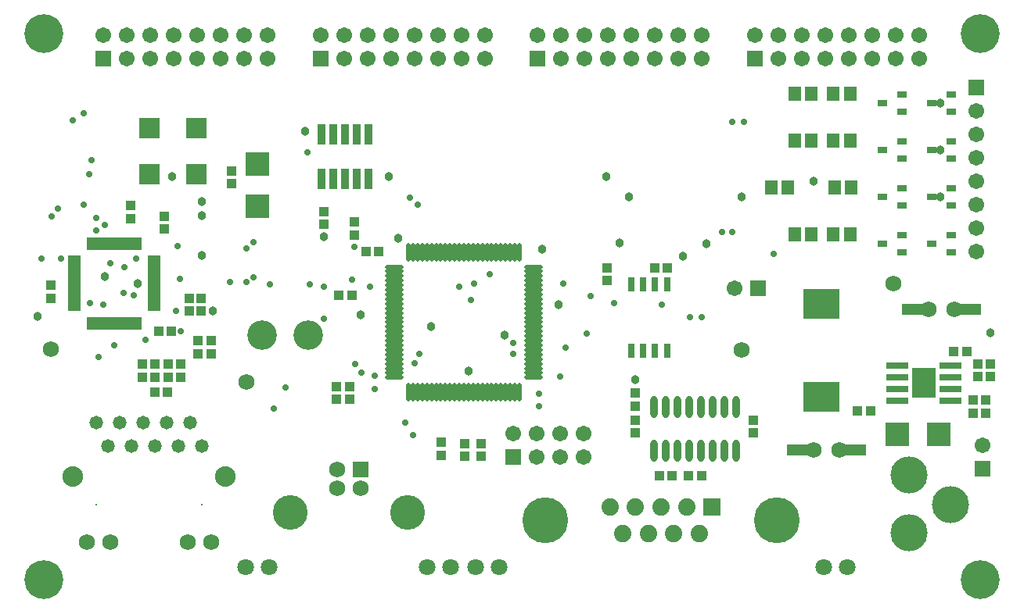
<source format=gts>
%FSLAX43Y43*%
%MOMM*%
%SFA1B1*%

%IPPOS*%
%ADD70R,1.402997X1.602997*%
%ADD71O,2.002996X0.502999*%
%ADD72O,0.502999X2.002996*%
%ADD73R,1.102998X1.002998*%
%ADD74R,0.710999X1.502997*%
%ADD75R,1.002998X1.102998*%
%ADD76R,0.837998X2.234996*%
%ADD77O,0.802998X2.402995*%
%ADD78R,1.402997X0.502999*%
%ADD79R,0.502999X1.402997*%
%ADD80R,2.502995X2.502995*%
%ADD81R,2.742995X1.218998*%
%ADD82R,2.602995X3.302993*%
%ADD83R,2.402995X0.652999*%
%ADD84R,1.052998X0.802998*%
%ADD85R,3.885992X3.250993*%
%ADD86R,2.502995X2.502995*%
%ADD87C,0.710999*%
%ADD88C,1.726997*%
%ADD89C,0.964998*%
%ADD90R,1.726997X1.726997*%
%ADD91C,3.758992*%
%ADD92C,1.702997*%
%ADD93R,1.702997X1.702997*%
%ADD94C,4.202992*%
%ADD95C,4.012992*%
%ADD96R,1.702997X1.702997*%
%ADD97C,1.802996*%
%ADD98C,1.892996*%
%ADD99R,1.892996X1.892996*%
%ADD100C,4.962990*%
%ADD101C,0.203000*%
%ADD102C,2.234996*%
%ADD103C,1.472997*%
%ADD104C,3.202994*%
%ADD105C,1.980996*%
%LNlp_led_cube_8x8x8-1*%
%LPD*%
G36*
X46144Y71456D02*
X43944D01*
Y73656*
X46144*
Y71456*
G37*
G36*
X41144D02*
X38944D01*
Y73656*
X41144*
Y71456*
G37*
G36*
X46144Y76456D02*
X43944D01*
Y78656*
X46144*
Y76456*
G37*
G36*
X41144D02*
X38944D01*
Y78656*
X41144*
Y76456*
G37*
G54D70*
X114034Y76199D03*
X115834D03*
X114161Y71119D03*
X115961D03*
X109843Y76199D03*
X111643D03*
X114034Y66039D03*
X115834D03*
X109843D03*
X111643D03*
X114034Y81279D03*
X115834D03*
X109843D03*
X111643D03*
X107303Y71119D03*
X109103D03*
G54D71*
X66490Y62514D03*
Y62014D03*
Y61514D03*
Y61014D03*
Y60514D03*
Y60014D03*
Y59514D03*
Y59014D03*
Y58514D03*
Y58014D03*
Y57514D03*
Y57014D03*
Y56514D03*
Y56014D03*
Y55514D03*
Y55014D03*
Y54514D03*
Y54014D03*
Y53514D03*
Y53014D03*
Y52514D03*
Y52014D03*
Y51514D03*
Y51014D03*
Y50514D03*
X81590D03*
Y51014D03*
Y51514D03*
Y52014D03*
Y52514D03*
Y53014D03*
Y53514D03*
Y54014D03*
Y54514D03*
Y55014D03*
Y55514D03*
Y56014D03*
Y56514D03*
Y57014D03*
Y57514D03*
Y58014D03*
Y58514D03*
Y59014D03*
Y59514D03*
Y60014D03*
Y60514D03*
Y61014D03*
Y61514D03*
Y62014D03*
Y62514D03*
G54D72*
X68040Y48964D03*
X68540D03*
X69040D03*
X69540D03*
X70040D03*
X70540D03*
X71040D03*
X71540D03*
X72040D03*
X72540D03*
X73040D03*
X73540D03*
X74040D03*
X74540D03*
X75040D03*
X75540D03*
X76040D03*
X76540D03*
X77040D03*
X77540D03*
X78040D03*
X78540D03*
X79040D03*
X79540D03*
X80040D03*
Y64064D03*
X79540D03*
X79040D03*
X78540D03*
X78040D03*
X77540D03*
X77040D03*
X76540D03*
X76040D03*
X75540D03*
X75040D03*
X74540D03*
X74040D03*
X73540D03*
X73040D03*
X72540D03*
X72040D03*
X71540D03*
X71040D03*
X70540D03*
X70040D03*
X69540D03*
X69040D03*
X68540D03*
X68040D03*
G54D73*
X71627Y42098D03*
Y43498D03*
X74167Y43371D03*
Y41971D03*
X44322Y59119D03*
Y57719D03*
X89534Y62421D03*
Y61021D03*
X129158Y46670D03*
Y48070D03*
X129666Y52007D03*
Y50607D03*
X131063Y52007D03*
Y50607D03*
X130555Y48070D03*
Y46670D03*
X92582Y45911D03*
Y44511D03*
Y48832D03*
Y47432D03*
X105409Y44511D03*
Y45911D03*
X43433Y51945D03*
Y50545D03*
X39242Y51945D03*
Y50545D03*
X40639Y51945D03*
Y50545D03*
X42036D03*
Y51945D03*
X48894Y71497D03*
Y72897D03*
X45592Y57719D03*
Y59119D03*
X62229Y65974D03*
Y67374D03*
X58927Y67117D03*
Y68517D03*
X75945Y41971D03*
Y43371D03*
X29336Y59116D03*
Y60516D03*
X37972Y67752D03*
Y69152D03*
X41655Y66609D03*
Y68009D03*
G54D74*
X92131Y53422D03*
X93431D03*
X94731D03*
X96031D03*
X96081Y60622D03*
X94681D03*
X93431D03*
X92131D03*
G54D75*
X96076Y62356D03*
X94676D03*
X128461Y53339D03*
X127061D03*
X116647Y46862D03*
X118047D03*
X98359Y39877D03*
X99759D03*
X95184D03*
X96584D03*
X40574Y48959D03*
X41974D03*
X42417Y55498D03*
X41017D03*
X46673Y53085D03*
X45273D03*
Y54482D03*
X46673D03*
X60513Y59435D03*
X61913D03*
X63434Y64134D03*
X64834D03*
X61659Y49529D03*
X60259D03*
X61659Y48132D03*
X60259D03*
G54D76*
X63753Y72008D03*
X62483D03*
X61213D03*
X59943D03*
X58673D03*
Y76834D03*
X59943D03*
X61213D03*
X62483D03*
X63753D03*
G54D77*
X103504Y47357D03*
X102234D03*
X100964D03*
X99694D03*
X98424D03*
X97154D03*
X95884D03*
X94614D03*
X103504Y42557D03*
X102234D03*
X100964D03*
X99694D03*
X98424D03*
X97154D03*
X95884D03*
X94614D03*
G54D78*
X31894Y63455D03*
Y62955D03*
Y62455D03*
Y61955D03*
Y61455D03*
Y60955D03*
Y60455D03*
Y59955D03*
Y59455D03*
Y58955D03*
Y58455D03*
Y57955D03*
X40494D03*
Y58455D03*
Y58955D03*
Y59455D03*
Y59955D03*
Y60455D03*
Y60955D03*
Y61455D03*
Y61955D03*
Y62455D03*
Y62955D03*
Y63455D03*
G54D79*
X33444Y56405D03*
X33944D03*
X34444D03*
X34944D03*
X35444D03*
X35944D03*
X36444D03*
X36944D03*
X37444D03*
X37944D03*
X38444D03*
X38944D03*
Y65005D03*
X38444D03*
X37944D03*
X37444D03*
X36944D03*
X36444D03*
X35944D03*
X35444D03*
X34944D03*
X34444D03*
X33944D03*
X33444D03*
G54D80*
X125439Y44322D03*
X120939D03*
G54D81*
X122808Y57911D03*
X128650D03*
X116204Y42671D03*
X110362D03*
G54D82*
X123824Y49910D03*
G54D83*
X120949Y48035D03*
Y50535D03*
Y51785D03*
Y49285D03*
X126699D03*
Y51785D03*
Y50535D03*
Y48035D03*
G54D84*
X126804Y79313D03*
Y81213D03*
X124654Y80263D03*
X121470Y79313D03*
Y81213D03*
X119320Y80263D03*
X126804Y74233D03*
Y76133D03*
X124654Y75183D03*
X126804Y69153D03*
Y71053D03*
X124654Y70103D03*
X121470Y69153D03*
Y71053D03*
X119320Y70103D03*
X121470Y74233D03*
Y76133D03*
X119320Y75183D03*
X126804Y64073D03*
Y65973D03*
X124654Y65023D03*
X121470Y64073D03*
Y65973D03*
X119320Y65023D03*
G54D85*
X112775Y48450D03*
Y58483D03*
G54D86*
X51688Y69123D03*
Y73623D03*
G54D87*
X28320Y63372D03*
X30479D03*
X31749Y78358D03*
X53466Y47116D03*
X54736Y49402D03*
X51307Y61340D03*
X50545Y60832D03*
X51307Y65150D03*
X50545Y64515D03*
X74802Y58927D03*
X73532Y60324D03*
X43306Y61213D03*
X48767Y60832D03*
X43052Y64769D03*
X32892Y79120D03*
X33781Y74040D03*
X32892Y69214D03*
X29463Y67944D03*
X30098Y68833D03*
X34289Y66420D03*
X35178Y67055D03*
X34289Y67817D03*
X99821Y57022D03*
X98551D03*
X101980Y66293D03*
X103123D03*
Y78231D03*
X104393D03*
X84454Y50660D03*
X79374Y53085D03*
Y54228D03*
X53085Y60578D03*
X42875Y57734D03*
X38607Y63372D03*
X43433Y55498D03*
X39623Y54609D03*
X35051Y58419D03*
X82168Y47370D03*
Y48767D03*
X75183Y60705D03*
X76834Y61721D03*
X68706Y52069D03*
X69214Y53053D03*
X84835Y60705D03*
X87756Y59308D03*
X68540Y44283D03*
X67690Y45592D03*
X35813Y62864D03*
X37210Y59689D03*
X38353Y59455D03*
X85089Y53720D03*
X95503Y58419D03*
X90296Y58546D03*
X87375Y55244D03*
X33556Y58551D03*
X34543Y52704D03*
X62284Y52014D03*
X62991Y51053D03*
X58927Y56895D03*
Y60324D03*
X57320Y60578D03*
X61975Y61086D03*
X68198Y69976D03*
X63880Y60324D03*
X69087Y69214D03*
X62229Y64642D03*
X57149Y74929D03*
X64388Y49275D03*
Y50672D03*
X33527Y72556D03*
X37337Y62483D03*
X36194Y53974D03*
X107568Y63880D03*
G54D88*
X104139Y53466D03*
X120522Y60705D03*
X62864Y38543D03*
X60324D03*
Y40575D03*
X33273Y32638D03*
X35813D03*
X46735D03*
X44195D03*
X127126Y57911D03*
X124332D03*
X111886Y42671D03*
X114680D03*
X50545Y50037D03*
X29336Y53593D03*
G54D89*
X125602Y80263D03*
Y75183D03*
X78485Y55129D03*
X125602Y70103D03*
X104139D03*
X38734Y60705D03*
X27939Y57149D03*
X35190Y61455D03*
X84327Y58419D03*
X74548Y51180D03*
X82549Y64388D03*
X91947Y70103D03*
X45719Y69595D03*
X62864Y57276D03*
X42423Y72299D03*
X65918D03*
X89413D03*
X111886Y71754D03*
X131063Y55371D03*
X92582Y50291D03*
X45719Y63753D03*
Y68071D03*
X46862Y57719D03*
X58927Y65785D03*
X56895Y77215D03*
X100329Y65023D03*
X97789Y63626D03*
X90931Y65064D03*
X66928Y65645D03*
X70476Y56014D03*
G54D90*
X62864Y40575D03*
G54D91*
X67944Y35876D03*
X55244D03*
G54D92*
X86994Y44449D03*
X84454D03*
X81914D03*
X79374D03*
X86994Y41909D03*
X84454D03*
X81914D03*
X130174Y43179D03*
X52831Y87629D03*
Y85089D03*
X50291Y87629D03*
Y85089D03*
X47751Y87629D03*
Y85089D03*
X45211Y87629D03*
Y85089D03*
X42671Y87629D03*
Y85089D03*
X40131Y87629D03*
Y85089D03*
X37591Y87629D03*
Y85089D03*
X35051Y87629D03*
X76326D03*
Y85089D03*
X73786Y87629D03*
Y85089D03*
X71246Y87629D03*
Y85089D03*
X68706Y87629D03*
Y85089D03*
X66166Y87629D03*
Y85089D03*
X63626Y87629D03*
Y85089D03*
X61086Y87629D03*
Y85089D03*
X58546Y87629D03*
X99821D03*
Y85089D03*
X97281Y87629D03*
Y85089D03*
X94741Y87629D03*
Y85089D03*
X92201Y87629D03*
Y85089D03*
X89661Y87629D03*
Y85089D03*
X87121Y87629D03*
Y85089D03*
X84581Y87629D03*
Y85089D03*
X82041Y87629D03*
X123316D03*
Y85089D03*
X120776Y87629D03*
Y85089D03*
X118236Y87629D03*
Y85089D03*
X115696Y87629D03*
Y85089D03*
X113156Y87629D03*
Y85089D03*
X110616Y87629D03*
Y85089D03*
X108076Y87629D03*
Y85089D03*
X105536Y87629D03*
X129539Y64134D03*
Y66674D03*
Y69214D03*
Y71754D03*
Y74294D03*
Y76834D03*
Y79374D03*
X103377Y60197D03*
G54D93*
X79374Y41909D03*
X35051Y85089D03*
X58546D03*
X82041D03*
X105536D03*
X105917Y60197D03*
G54D94*
X28574Y28574D03*
Y87756D03*
X129920D03*
Y28574D03*
G54D95*
X122237Y39941D03*
X126682Y36765D03*
X122237Y33717D03*
G54D96*
X130174Y40639D03*
X129539Y81914D03*
G54D97*
X113029Y29971D03*
X115569D03*
X75310D03*
X77850D03*
X70103D03*
X72643D03*
X50418D03*
X52958D03*
G54D98*
X89836Y36446D03*
X91221Y33606D03*
X92606Y36446D03*
X93991Y33606D03*
X95376Y36446D03*
X96761Y33606D03*
X98146Y36446D03*
X99531Y33606D03*
G54D99*
X100916Y36446D03*
G54D100*
X107871Y35026D03*
X82881D03*
G54D101*
X34289Y36702D03*
X45719D03*
G54D102*
X31749Y39750D03*
X48259D03*
G54D103*
X45719Y43052D03*
X43179D03*
X40639D03*
X44449Y45592D03*
X41909D03*
X39369D03*
X38099Y43052D03*
X36829Y45592D03*
X35559Y43052D03*
X34289Y45592D03*
G54D104*
X57157Y55084D03*
X52157D03*
G54D105*
X123824Y49910D03*
M02*
</source>
